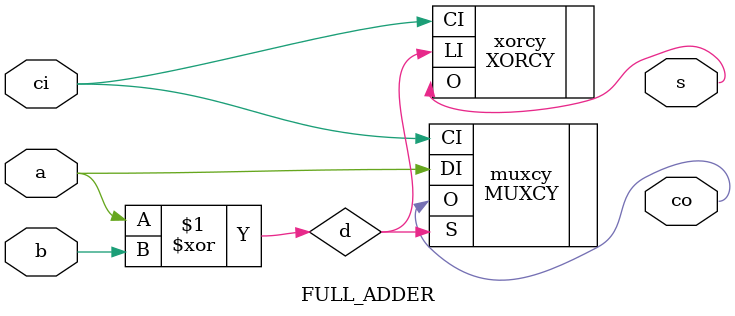
<source format=v>

module FULL_ADDER (
	input  ci,
	input  a,
	input  b,
	output s,
	output co
);
	wire d = a ^ b;

	XORCY xorcy (       .LI(d), .CI(ci), .O(s));
	MUXCY muxcy (.S(d), .DI(a), .CI(ci), .O(co));

endmodule

</source>
